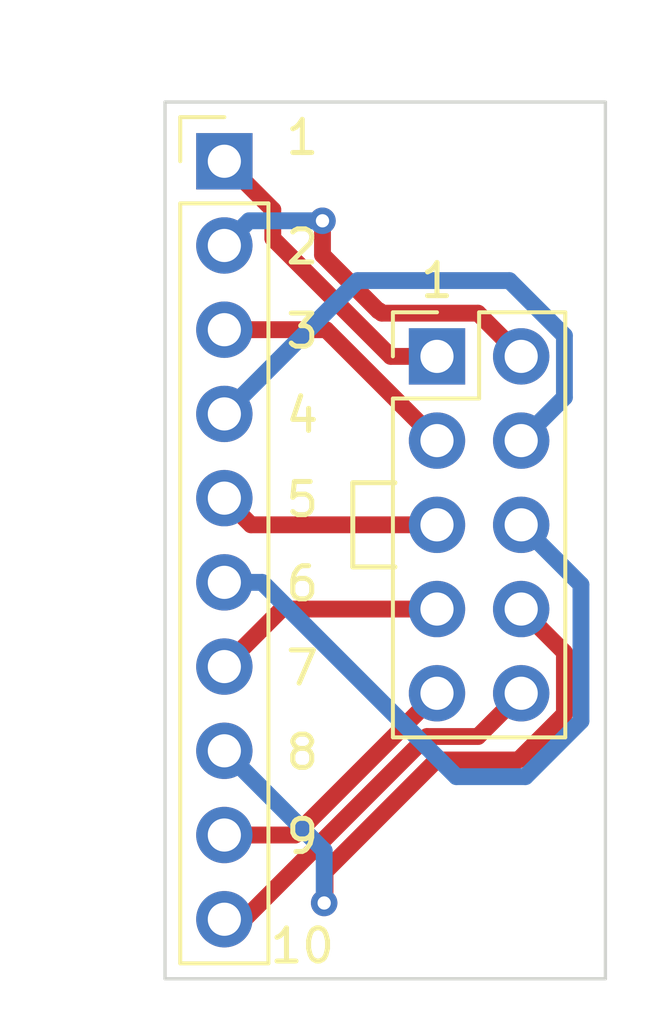
<source format=kicad_pcb>
(kicad_pcb (version 20171130) (host pcbnew "(5.1.6-0-10_14)")

  (general
    (thickness 1.6)
    (drawings 19)
    (tracks 47)
    (zones 0)
    (modules 2)
    (nets 11)
  )

  (page A4)
  (layers
    (0 F.Cu signal)
    (31 B.Cu signal)
    (32 B.Adhes user)
    (33 F.Adhes user)
    (34 B.Paste user)
    (35 F.Paste user)
    (36 B.SilkS user)
    (37 F.SilkS user)
    (38 B.Mask user)
    (39 F.Mask user)
    (40 Dwgs.User user)
    (41 Cmts.User user)
    (42 Eco1.User user)
    (43 Eco2.User user)
    (44 Edge.Cuts user)
    (45 Margin user)
    (46 B.CrtYd user)
    (47 F.CrtYd user)
    (48 B.Fab user)
    (49 F.Fab user)
  )

  (setup
    (last_trace_width 0.25)
    (user_trace_width 0.508)
    (trace_clearance 0.2)
    (zone_clearance 0.508)
    (zone_45_only no)
    (trace_min 0.2)
    (via_size 0.8)
    (via_drill 0.4)
    (via_min_size 0.4)
    (via_min_drill 0.3)
    (uvia_size 0.3)
    (uvia_drill 0.1)
    (uvias_allowed no)
    (uvia_min_size 0.2)
    (uvia_min_drill 0.1)
    (edge_width 0.1)
    (segment_width 0.2)
    (pcb_text_width 0.3)
    (pcb_text_size 1.5 1.5)
    (mod_edge_width 0.15)
    (mod_text_size 1 1)
    (mod_text_width 0.15)
    (pad_size 1.524 1.524)
    (pad_drill 0.762)
    (pad_to_mask_clearance 0)
    (aux_axis_origin 0 0)
    (visible_elements FFFFFF7F)
    (pcbplotparams
      (layerselection 0x010fc_ffffffff)
      (usegerberextensions true)
      (usegerberattributes false)
      (usegerberadvancedattributes true)
      (creategerberjobfile true)
      (excludeedgelayer true)
      (linewidth 0.100000)
      (plotframeref false)
      (viasonmask false)
      (mode 1)
      (useauxorigin false)
      (hpglpennumber 1)
      (hpglpenspeed 20)
      (hpglpendiameter 15.000000)
      (psnegative false)
      (psa4output false)
      (plotreference true)
      (plotvalue true)
      (plotinvisibletext false)
      (padsonsilk false)
      (subtractmaskfromsilk false)
      (outputformat 1)
      (mirror false)
      (drillshape 0)
      (scaleselection 1)
      (outputdirectory "./"))
  )

  (net 0 "")
  (net 1 "Net-(J1-Pad10)")
  (net 2 "Net-(J1-Pad9)")
  (net 3 "Net-(J1-Pad8)")
  (net 4 "Net-(J1-Pad7)")
  (net 5 "Net-(J1-Pad6)")
  (net 6 "Net-(J1-Pad5)")
  (net 7 "Net-(J1-Pad4)")
  (net 8 "Net-(J1-Pad3)")
  (net 9 "Net-(J1-Pad2)")
  (net 10 "Net-(J1-Pad1)")

  (net_class Default "This is the default net class."
    (clearance 0.2)
    (trace_width 0.25)
    (via_dia 0.8)
    (via_drill 0.4)
    (uvia_dia 0.3)
    (uvia_drill 0.1)
    (add_net "Net-(J1-Pad1)")
    (add_net "Net-(J1-Pad10)")
    (add_net "Net-(J1-Pad2)")
    (add_net "Net-(J1-Pad3)")
    (add_net "Net-(J1-Pad4)")
    (add_net "Net-(J1-Pad5)")
    (add_net "Net-(J1-Pad6)")
    (add_net "Net-(J1-Pad7)")
    (add_net "Net-(J1-Pad8)")
    (add_net "Net-(J1-Pad9)")
  )

  (module Pin_Headers:Pin_Header_Straight_1x10_Pitch2.54mm (layer F.Cu) (tedit 59650532) (tstamp 5F2A6B8D)
    (at 144.715001 83.015001)
    (descr "Through hole straight pin header, 1x10, 2.54mm pitch, single row")
    (tags "Through hole pin header THT 1x10 2.54mm single row")
    (path /5F2A706F)
    (fp_text reference J1 (at 0 -2.33) (layer Dwgs.User)
      (effects (font (size 1 1) (thickness 0.15)))
    )
    (fp_text value Conn_01x10_Male (at 0 25.19) (layer F.Fab)
      (effects (font (size 1 1) (thickness 0.15)))
    )
    (fp_line (start 1.8 -1.8) (end -1.8 -1.8) (layer F.CrtYd) (width 0.05))
    (fp_line (start 1.8 24.65) (end 1.8 -1.8) (layer F.CrtYd) (width 0.05))
    (fp_line (start -1.8 24.65) (end 1.8 24.65) (layer F.CrtYd) (width 0.05))
    (fp_line (start -1.8 -1.8) (end -1.8 24.65) (layer F.CrtYd) (width 0.05))
    (fp_line (start -1.33 -1.33) (end 0 -1.33) (layer F.SilkS) (width 0.12))
    (fp_line (start -1.33 0) (end -1.33 -1.33) (layer F.SilkS) (width 0.12))
    (fp_line (start -1.33 1.27) (end 1.33 1.27) (layer F.SilkS) (width 0.12))
    (fp_line (start 1.33 1.27) (end 1.33 24.19) (layer F.SilkS) (width 0.12))
    (fp_line (start -1.33 1.27) (end -1.33 24.19) (layer F.SilkS) (width 0.12))
    (fp_line (start -1.33 24.19) (end 1.33 24.19) (layer F.SilkS) (width 0.12))
    (fp_line (start -1.27 -0.635) (end -0.635 -1.27) (layer F.Fab) (width 0.1))
    (fp_line (start -1.27 24.13) (end -1.27 -0.635) (layer F.Fab) (width 0.1))
    (fp_line (start 1.27 24.13) (end -1.27 24.13) (layer F.Fab) (width 0.1))
    (fp_line (start 1.27 -1.27) (end 1.27 24.13) (layer F.Fab) (width 0.1))
    (fp_line (start -0.635 -1.27) (end 1.27 -1.27) (layer F.Fab) (width 0.1))
    (fp_text user %R (at 0 11.43 90) (layer F.Fab)
      (effects (font (size 1 1) (thickness 0.15)))
    )
    (pad 10 thru_hole oval (at 0 22.86) (size 1.7 1.7) (drill 1) (layers *.Cu *.Mask)
      (net 1 "Net-(J1-Pad10)"))
    (pad 9 thru_hole oval (at 0 20.32) (size 1.7 1.7) (drill 1) (layers *.Cu *.Mask)
      (net 2 "Net-(J1-Pad9)"))
    (pad 8 thru_hole oval (at 0 17.78) (size 1.7 1.7) (drill 1) (layers *.Cu *.Mask)
      (net 3 "Net-(J1-Pad8)"))
    (pad 7 thru_hole oval (at 0 15.24) (size 1.7 1.7) (drill 1) (layers *.Cu *.Mask)
      (net 4 "Net-(J1-Pad7)"))
    (pad 6 thru_hole oval (at 0 12.7) (size 1.7 1.7) (drill 1) (layers *.Cu *.Mask)
      (net 5 "Net-(J1-Pad6)"))
    (pad 5 thru_hole oval (at 0 10.16) (size 1.7 1.7) (drill 1) (layers *.Cu *.Mask)
      (net 6 "Net-(J1-Pad5)"))
    (pad 4 thru_hole oval (at 0 7.62) (size 1.7 1.7) (drill 1) (layers *.Cu *.Mask)
      (net 7 "Net-(J1-Pad4)"))
    (pad 3 thru_hole oval (at 0 5.08) (size 1.7 1.7) (drill 1) (layers *.Cu *.Mask)
      (net 8 "Net-(J1-Pad3)"))
    (pad 2 thru_hole oval (at 0 2.54) (size 1.7 1.7) (drill 1) (layers *.Cu *.Mask)
      (net 9 "Net-(J1-Pad2)"))
    (pad 1 thru_hole rect (at 0 0) (size 1.7 1.7) (drill 1) (layers *.Cu *.Mask)
      (net 10 "Net-(J1-Pad1)"))
    (model ${KISYS3DMOD}/Pin_Headers.3dshapes/Pin_Header_Straight_1x10_Pitch2.54mm.wrl
      (at (xyz 0 0 0))
      (scale (xyz 1 1 1))
      (rotate (xyz 0 0 0))
    )
  )

  (module Pin_Headers:Pin_Header_Straight_2x05_Pitch2.54mm (layer F.Cu) (tedit 59650532) (tstamp 5F2A6BAD)
    (at 151.13 88.9)
    (descr "Through hole straight pin header, 2x05, 2.54mm pitch, double rows")
    (tags "Through hole pin header THT 2x05 2.54mm double row")
    (path /5F2A5C09)
    (fp_text reference U1 (at 3.429 -3.175) (layer Dwgs.User)
      (effects (font (size 1 1) (thickness 0.15)))
    )
    (fp_text value Conn_02x05 (at 1.27 12.49) (layer F.Fab)
      (effects (font (size 1 1) (thickness 0.15)))
    )
    (fp_line (start 4.35 -1.8) (end -1.8 -1.8) (layer F.CrtYd) (width 0.05))
    (fp_line (start 4.35 11.95) (end 4.35 -1.8) (layer F.CrtYd) (width 0.05))
    (fp_line (start -1.8 11.95) (end 4.35 11.95) (layer F.CrtYd) (width 0.05))
    (fp_line (start -1.8 -1.8) (end -1.8 11.95) (layer F.CrtYd) (width 0.05))
    (fp_line (start -1.33 -1.33) (end 0 -1.33) (layer F.SilkS) (width 0.12))
    (fp_line (start -1.33 0) (end -1.33 -1.33) (layer F.SilkS) (width 0.12))
    (fp_line (start 1.27 -1.33) (end 3.87 -1.33) (layer F.SilkS) (width 0.12))
    (fp_line (start 1.27 1.27) (end 1.27 -1.33) (layer F.SilkS) (width 0.12))
    (fp_line (start -1.33 1.27) (end 1.27 1.27) (layer F.SilkS) (width 0.12))
    (fp_line (start 3.87 -1.33) (end 3.87 11.49) (layer F.SilkS) (width 0.12))
    (fp_line (start -1.33 1.27) (end -1.33 11.49) (layer F.SilkS) (width 0.12))
    (fp_line (start -1.33 11.49) (end 3.87 11.49) (layer F.SilkS) (width 0.12))
    (fp_line (start -1.27 0) (end 0 -1.27) (layer F.Fab) (width 0.1))
    (fp_line (start -1.27 11.43) (end -1.27 0) (layer F.Fab) (width 0.1))
    (fp_line (start 3.81 11.43) (end -1.27 11.43) (layer F.Fab) (width 0.1))
    (fp_line (start 3.81 -1.27) (end 3.81 11.43) (layer F.Fab) (width 0.1))
    (fp_line (start 0 -1.27) (end 3.81 -1.27) (layer F.Fab) (width 0.1))
    (fp_text user %R (at 1.27 5.08 90) (layer F.Fab)
      (effects (font (size 1 1) (thickness 0.15)))
    )
    (pad 10 thru_hole oval (at 2.54 10.16) (size 1.7 1.7) (drill 1) (layers *.Cu *.Mask)
      (net 1 "Net-(J1-Pad10)"))
    (pad 9 thru_hole oval (at 0 10.16) (size 1.7 1.7) (drill 1) (layers *.Cu *.Mask)
      (net 2 "Net-(J1-Pad9)"))
    (pad 8 thru_hole oval (at 2.54 7.62) (size 1.7 1.7) (drill 1) (layers *.Cu *.Mask)
      (net 3 "Net-(J1-Pad8)"))
    (pad 7 thru_hole oval (at 0 7.62) (size 1.7 1.7) (drill 1) (layers *.Cu *.Mask)
      (net 4 "Net-(J1-Pad7)"))
    (pad 6 thru_hole oval (at 2.54 5.08) (size 1.7 1.7) (drill 1) (layers *.Cu *.Mask)
      (net 5 "Net-(J1-Pad6)"))
    (pad 5 thru_hole oval (at 0 5.08) (size 1.7 1.7) (drill 1) (layers *.Cu *.Mask)
      (net 6 "Net-(J1-Pad5)"))
    (pad 4 thru_hole oval (at 2.54 2.54) (size 1.7 1.7) (drill 1) (layers *.Cu *.Mask)
      (net 7 "Net-(J1-Pad4)"))
    (pad 3 thru_hole oval (at 0 2.54) (size 1.7 1.7) (drill 1) (layers *.Cu *.Mask)
      (net 8 "Net-(J1-Pad3)"))
    (pad 2 thru_hole oval (at 2.54 0) (size 1.7 1.7) (drill 1) (layers *.Cu *.Mask)
      (net 9 "Net-(J1-Pad2)"))
    (pad 1 thru_hole rect (at 0 0) (size 1.7 1.7) (drill 1) (layers *.Cu *.Mask)
      (net 10 "Net-(J1-Pad1)"))
    (model ${KISYS3DMOD}/Pin_Headers.3dshapes/Pin_Header_Straight_2x05_Pitch2.54mm.wrl
      (at (xyz 0 0 0))
      (scale (xyz 1 1 1))
      (rotate (xyz 0 0 0))
    )
  )

  (gr_text 13.2842x26.4414mm (at 150 79) (layer Dwgs.User)
    (effects (font (size 1 1) (thickness 0.15)))
  )
  (gr_text 1 (at 151.13 86.614) (layer F.SilkS) (tstamp 5F2AA51D)
    (effects (font (size 1 1) (thickness 0.15)))
  )
  (gr_text 10 (at 147.066 106.68) (layer F.SilkS) (tstamp 5F2AA510)
    (effects (font (size 1 1) (thickness 0.15)))
  )
  (gr_text 9 (at 147.066 103.378) (layer F.SilkS) (tstamp 5F2AA4F6)
    (effects (font (size 1 1) (thickness 0.15)))
  )
  (gr_text 8 (at 147.066 100.838) (layer F.SilkS) (tstamp 5F2AA4EF)
    (effects (font (size 1 1) (thickness 0.15)))
  )
  (gr_text 7 (at 147.066 98.298) (layer F.SilkS) (tstamp 5F2AA4E8)
    (effects (font (size 1 1) (thickness 0.15)))
  )
  (gr_text 6 (at 147.066 95.758) (layer F.SilkS) (tstamp 5F2AA4DE)
    (effects (font (size 1 1) (thickness 0.15)))
  )
  (gr_text 5 (at 147.066 93.218) (layer F.SilkS) (tstamp 5F2AA4D5)
    (effects (font (size 1 1) (thickness 0.15)))
  )
  (gr_text 4 (at 147.066 90.678) (layer F.SilkS) (tstamp 5F2AA4CB)
    (effects (font (size 1 1) (thickness 0.15)))
  )
  (gr_text 3 (at 147.066 88.138) (layer F.SilkS) (tstamp 5F2AA4C4)
    (effects (font (size 1 1) (thickness 0.15)))
  )
  (gr_text 2 (at 147.066 85.598) (layer F.SilkS) (tstamp 5F2AA4BB)
    (effects (font (size 1 1) (thickness 0.15)))
  )
  (gr_text 1 (at 147.066 82.296) (layer F.SilkS)
    (effects (font (size 1 1) (thickness 0.15)))
  )
  (gr_line (start 142.9258 107.6706) (end 142.9258 81.2292) (layer Edge.Cuts) (width 0.1) (tstamp 5F2A6CE1))
  (gr_line (start 156.21 107.6706) (end 142.9258 107.6706) (layer Edge.Cuts) (width 0.1))
  (gr_line (start 156.21 81.2292) (end 156.21 107.6706) (layer Edge.Cuts) (width 0.1))
  (gr_line (start 142.9258 81.2292) (end 156.21 81.2292) (layer Edge.Cuts) (width 0.1))
  (gr_line (start 148.59 95.25) (end 149.86 95.25) (layer F.SilkS) (width 0.15))
  (gr_line (start 148.59 92.71) (end 148.59 95.25) (layer F.SilkS) (width 0.15))
  (gr_line (start 149.86 92.71) (end 148.59 92.71) (layer F.SilkS) (width 0.15))

  (segment (start 153.67 99.06) (end 152.365999 100.364001) (width 0.508) (layer F.Cu) (net 1))
  (segment (start 152.365999 100.364001) (end 150.827275 100.364001) (width 0.508) (layer F.Cu) (net 1))
  (segment (start 145.316275 105.875001) (end 144.715001 105.875001) (width 0.508) (layer F.Cu) (net 1))
  (segment (start 150.827275 100.364001) (end 145.316275 105.875001) (width 0.508) (layer F.Cu) (net 1))
  (segment (start 146.854999 103.335001) (end 144.715001 103.335001) (width 0.508) (layer F.Cu) (net 2))
  (segment (start 151.13 99.06) (end 146.854999 103.335001) (width 0.508) (layer F.Cu) (net 2))
  (segment (start 154.974001 99.685921) (end 153.587911 101.072011) (width 0.508) (layer F.Cu) (net 3))
  (segment (start 154.974001 97.824001) (end 154.974001 99.685921) (width 0.508) (layer F.Cu) (net 3))
  (segment (start 153.67 96.52) (end 154.974001 97.824001) (width 0.508) (layer F.Cu) (net 3))
  (segment (start 153.587911 101.072011) (end 151.120541 101.072011) (width 0.508) (layer F.Cu) (net 3))
  (segment (start 151.120541 101.072011) (end 147.7518 104.440752) (width 0.508) (layer F.Cu) (net 3))
  (via (at 147.7264 105.3846) (size 0.8) (drill 0.4) (layers F.Cu B.Cu) (net 3))
  (segment (start 147.7518 105.3592) (end 147.7264 105.3846) (width 0.508) (layer F.Cu) (net 3))
  (segment (start 147.7518 104.440752) (end 147.7518 105.3592) (width 0.508) (layer F.Cu) (net 3))
  (segment (start 147.7264 103.8064) (end 144.715001 100.795001) (width 0.508) (layer B.Cu) (net 3))
  (segment (start 147.7264 105.3846) (end 147.7264 103.8064) (width 0.508) (layer B.Cu) (net 3))
  (segment (start 146.450002 96.52) (end 144.715001 98.255001) (width 0.508) (layer F.Cu) (net 4))
  (segment (start 151.13 96.52) (end 146.450002 96.52) (width 0.508) (layer F.Cu) (net 4))
  (segment (start 151.714678 101.5746) (end 145.855079 95.715001) (width 0.508) (layer B.Cu) (net 5))
  (segment (start 155.4734 99.8982) (end 153.797 101.5746) (width 0.508) (layer B.Cu) (net 5))
  (segment (start 155.4734 95.7834) (end 155.4734 99.8982) (width 0.508) (layer B.Cu) (net 5))
  (segment (start 153.797 101.5746) (end 151.714678 101.5746) (width 0.508) (layer B.Cu) (net 5))
  (segment (start 145.855079 95.715001) (end 144.715001 95.715001) (width 0.508) (layer B.Cu) (net 5))
  (segment (start 153.67 93.98) (end 155.4734 95.7834) (width 0.508) (layer B.Cu) (net 5))
  (segment (start 145.52 93.98) (end 144.715001 93.175001) (width 0.508) (layer F.Cu) (net 6))
  (segment (start 151.13 93.98) (end 145.52 93.98) (width 0.508) (layer F.Cu) (net 6))
  (segment (start 144.715001 90.470484) (end 144.715001 90.635001) (width 0.508) (layer B.Cu) (net 7))
  (segment (start 154.974001 88.274079) (end 153.313922 86.614) (width 0.508) (layer B.Cu) (net 7))
  (segment (start 154.974001 90.135999) (end 154.974001 88.274079) (width 0.508) (layer B.Cu) (net 7))
  (segment (start 153.67 91.44) (end 154.974001 90.135999) (width 0.508) (layer B.Cu) (net 7))
  (segment (start 148.736002 86.614) (end 144.715001 90.635001) (width 0.508) (layer B.Cu) (net 7))
  (segment (start 153.313922 86.614) (end 148.736002 86.614) (width 0.508) (layer B.Cu) (net 7))
  (segment (start 147.785001 88.095001) (end 144.715001 88.095001) (width 0.508) (layer F.Cu) (net 8))
  (segment (start 151.13 91.44) (end 147.785001 88.095001) (width 0.508) (layer F.Cu) (net 8))
  (segment (start 152.365999 87.595999) (end 149.462201 87.595999) (width 0.508) (layer F.Cu) (net 9))
  (segment (start 153.67 88.9) (end 152.365999 87.595999) (width 0.508) (layer F.Cu) (net 9))
  (segment (start 149.394602 87.5284) (end 149.362676 87.5284) (width 0.508) (layer F.Cu) (net 9))
  (segment (start 149.462201 87.595999) (end 149.394602 87.5284) (width 0.508) (layer F.Cu) (net 9))
  (segment (start 149.362676 87.5284) (end 147.6756 85.841324) (width 0.508) (layer F.Cu) (net 9))
  (via (at 147.6756 84.8106) (size 0.8) (drill 0.4) (layers F.Cu B.Cu) (net 9))
  (segment (start 147.6756 85.841324) (end 147.6756 84.8106) (width 0.508) (layer F.Cu) (net 9))
  (segment (start 145.459402 84.8106) (end 144.715001 85.555001) (width 0.508) (layer B.Cu) (net 9))
  (segment (start 147.6756 84.8106) (end 145.459402 84.8106) (width 0.508) (layer B.Cu) (net 9))
  (segment (start 151.13 88.9) (end 149.733 88.9) (width 0.508) (layer F.Cu) (net 10))
  (segment (start 149.733 88.9) (end 146.177 85.344) (width 0.508) (layer F.Cu) (net 10))
  (segment (start 146.177 84.477) (end 144.715001 83.015001) (width 0.508) (layer F.Cu) (net 10))
  (segment (start 146.177 85.344) (end 146.177 84.477) (width 0.508) (layer F.Cu) (net 10))

)

</source>
